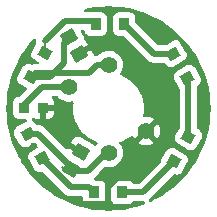
<source format=gbr>
%TF.GenerationSoftware,KiCad,Pcbnew,8.0.1*%
%TF.CreationDate,2024-03-26T23:53:37-06:00*%
%TF.ProjectId,Led_Board,4c65645f-426f-4617-9264-2e6b69636164,rev?*%
%TF.SameCoordinates,Original*%
%TF.FileFunction,Copper,L1,Top*%
%TF.FilePolarity,Positive*%
%FSLAX46Y46*%
G04 Gerber Fmt 4.6, Leading zero omitted, Abs format (unit mm)*
G04 Created by KiCad (PCBNEW 8.0.1) date 2024-03-26 23:53:37*
%MOMM*%
%LPD*%
G01*
G04 APERTURE LIST*
G04 Aperture macros list*
%AMRotRect*
0 Rectangle, with rotation*
0 The origin of the aperture is its center*
0 $1 length*
0 $2 width*
0 $3 Rotation angle, in degrees counterclockwise*
0 Add horizontal line*
21,1,$1,$2,0,0,$3*%
G04 Aperture macros list end*
%TA.AperFunction,SMDPad,CuDef*%
%ADD10R,0.889000X0.990600*%
%TD*%
%TA.AperFunction,SMDPad,CuDef*%
%ADD11RotRect,0.889000X0.990600X300.000000*%
%TD*%
%TA.AperFunction,SMDPad,CuDef*%
%ADD12RotRect,0.889000X0.990600X240.000000*%
%TD*%
%TA.AperFunction,SMDPad,CuDef*%
%ADD13RotRect,0.889000X0.990600X120.000000*%
%TD*%
%TA.AperFunction,SMDPad,CuDef*%
%ADD14RotRect,0.889000X0.990600X60.000000*%
%TD*%
%TA.AperFunction,ComponentPad*%
%ADD15C,1.400000*%
%TD*%
%TA.AperFunction,SMDPad,CuDef*%
%ADD16R,0.863600X0.889000*%
%TD*%
%TA.AperFunction,SMDPad,CuDef*%
%ADD17RotRect,1.066800X1.219200X60.000000*%
%TD*%
%TA.AperFunction,SMDPad,CuDef*%
%ADD18RotRect,1.066800X1.219200X300.000000*%
%TD*%
%TA.AperFunction,ViaPad*%
%ADD19C,0.600000*%
%TD*%
%TA.AperFunction,Conductor*%
%ADD20C,0.500000*%
%TD*%
%TA.AperFunction,Conductor*%
%ADD21C,0.350000*%
%TD*%
%TA.AperFunction,Conductor*%
%ADD22C,0.200000*%
%TD*%
G04 APERTURE END LIST*
D10*
%TO.P,LED11,1*%
%TO.N,Net-(LED11-Pad1)*%
X146244279Y-74143940D03*
%TO.P,LED11,2*%
%TO.N,Net-(LED10-Pad1)*%
X148644578Y-74143939D03*
%TD*%
D11*
%TO.P,LED10,1*%
%TO.N,Net-(LED10-Pad1)*%
X152794989Y-76638024D03*
%TO.P,LED10,2*%
%TO.N,Net-(LED10-Pad2)*%
X153995138Y-78716745D03*
%TD*%
D12*
%TO.P,LED9,1*%
%TO.N,Net-(LED10-Pad2)*%
X154090988Y-83667601D03*
%TO.P,LED9,2*%
%TO.N,Net-(LED8-Pad1)*%
X152890838Y-85746321D03*
%TD*%
D10*
%TO.P,LED8,1*%
%TO.N,Net-(LED8-Pad1)*%
X148494443Y-88391226D03*
%TO.P,LED8,2*%
%TO.N,Net-(LED7-Pad1)*%
X146094144Y-88391227D03*
%TD*%
D13*
%TO.P,LED7,2*%
%TO.N,Net-(C2-Pad1)*%
X140464953Y-83435282D03*
%TO.P,LED7,1*%
%TO.N,Net-(LED7-Pad1)*%
X141665102Y-85514003D03*
%TD*%
D14*
%TO.P,LED12,1*%
%TO.N,Net-(C3-Pad1)*%
X140735405Y-78621022D03*
%TO.P,LED12,2*%
%TO.N,Net-(LED11-Pad1)*%
X141935554Y-76542301D03*
%TD*%
D15*
%TO.P,GND,1*%
%TO.N,GND*%
X150495000Y-83185000D03*
%TD*%
%TO.P,ALL,1*%
%TO.N,Net-(C3-Pad1)*%
X147345850Y-77588287D03*
%TD*%
%TO.P,HALF,1*%
%TO.N,Net-(C2-Pad1)*%
X147319721Y-85040901D03*
%TD*%
D16*
%TO.P,C1,1*%
%TO.N,Net-(C1-Pad1)*%
X140195300Y-81234392D03*
%TO.P,C1,2*%
%TO.N,GND*%
X141744700Y-81234392D03*
%TD*%
D17*
%TO.P,C2,1*%
%TO.N,Net-(C2-Pad1)*%
X144138386Y-86382686D03*
%TO.P,C2,2*%
%TO.N,GND*%
X144963884Y-84952880D03*
%TD*%
D18*
%TO.P,C3,1*%
%TO.N,Net-(C3-Pad1)*%
X143955887Y-75251536D03*
%TO.P,C3,2*%
%TO.N,GND*%
X144781385Y-76681342D03*
%TD*%
D15*
%TO.P,OVP,1*%
%TO.N,Net-(C1-Pad1)*%
X143967335Y-79491680D03*
%TD*%
D19*
%TO.N,GND*%
X143510000Y-83185000D03*
X140970000Y-84455000D03*
%TD*%
D20*
%TO.N,Net-(C3-Pad1)*%
X143955887Y-75251536D02*
X143509629Y-75697794D01*
X143509629Y-77438810D02*
X142327417Y-78621022D01*
X143509629Y-75697794D02*
X143509629Y-77438810D01*
X142327417Y-78621022D02*
X141279604Y-78621022D01*
%TO.N,Net-(C2-Pad1)*%
X140849935Y-83435282D02*
X141352609Y-83435282D01*
X141352609Y-83435282D02*
X144511253Y-86593926D01*
X144511253Y-86593926D02*
X145577755Y-86593926D01*
X145577755Y-86593926D02*
X147291367Y-84880314D01*
D21*
%TO.N,GND*%
X140166885Y-84800371D02*
X140166885Y-85279340D01*
D20*
%TO.N,Net-(LED7-Pad1)*%
X141665102Y-85514003D02*
X141681540Y-85514003D01*
X141681540Y-85514003D02*
X144104730Y-87937193D01*
X144104730Y-87937193D02*
X145640110Y-87937193D01*
X145640110Y-87937193D02*
X145967917Y-88265000D01*
D21*
%TO.N,GND*%
X147320000Y-89535000D02*
X147063047Y-89278047D01*
X147063047Y-89278047D02*
X145158047Y-89278047D01*
X147320000Y-89535000D02*
X147320000Y-88025869D01*
X147320000Y-88025869D02*
X150495000Y-84850869D01*
D22*
%TO.N,Net-(C3-Pad1)*%
X141279604Y-78621022D02*
X140735405Y-78621022D01*
%TO.N,Net-(C2-Pad1)*%
X140464953Y-83435282D02*
X140849935Y-83435282D01*
D20*
%TO.N,Net-(C1-Pad1)*%
X144145000Y-79485000D02*
X141680038Y-79485000D01*
X140195300Y-80969738D02*
X140195300Y-81234392D01*
X141680038Y-79485000D02*
X140195300Y-80969738D01*
D22*
%TO.N,Net-(C3-Pad1)*%
X140735405Y-78621022D02*
X141060801Y-78295626D01*
D20*
X141060801Y-78295626D02*
X145648562Y-78295626D01*
X145648562Y-78295626D02*
X146355901Y-77588287D01*
X146355901Y-77588287D02*
X147345850Y-77588287D01*
D22*
%TO.N,Net-(C2-Pad1)*%
X143852556Y-86720455D02*
X143406298Y-86274197D01*
%TO.N,Net-(LED11-Pad1)*%
X146244279Y-74143940D02*
X145967757Y-73867418D01*
D20*
X145967757Y-73867418D02*
X143617506Y-73867418D01*
X143617506Y-73867418D02*
X141935554Y-75549370D01*
D22*
X141935554Y-75549370D02*
X141935554Y-76542301D01*
D20*
%TO.N,Net-(LED10-Pad1)*%
X152794989Y-76638024D02*
X151138663Y-76638024D01*
X151138663Y-76638024D02*
X148644578Y-74143939D01*
%TO.N,Net-(LED10-Pad2)*%
X154090988Y-83667601D02*
X154090988Y-78812595D01*
D22*
X154090988Y-78812595D02*
X153995138Y-78716745D01*
D20*
%TO.N,Net-(LED8-Pad1)*%
X148494443Y-88391226D02*
X150245933Y-88391226D01*
X150245933Y-88391226D02*
X152890838Y-85746321D01*
D22*
%TO.N,Net-(LED7-Pad1)*%
X145967917Y-88265000D02*
X146094144Y-88391227D01*
%TO.N,GND*%
X141504782Y-81135269D02*
X141504782Y-81234392D01*
%TD*%
%TA.AperFunction,Conductor*%
%TO.N,GND*%
G36*
X147906050Y-72650441D02*
G01*
X147914471Y-72651018D01*
X148493596Y-72710554D01*
X148501934Y-72711700D01*
X149075639Y-72810617D01*
X149083928Y-72812339D01*
X149649527Y-72950172D01*
X149657641Y-72952445D01*
X150093226Y-73090694D01*
X150212524Y-73128558D01*
X150220502Y-73131393D01*
X150406757Y-73204842D01*
X150762079Y-73344962D01*
X150769825Y-73348328D01*
X151295549Y-73598352D01*
X151303041Y-73602233D01*
X151532046Y-73730996D01*
X151810488Y-73887556D01*
X151817722Y-73891955D01*
X152304511Y-74211240D01*
X152311412Y-74216111D01*
X152651465Y-74473982D01*
X152775264Y-74567862D01*
X152781832Y-74573205D01*
X152960123Y-74728666D01*
X153135482Y-74881571D01*
X153220610Y-74955798D01*
X153226798Y-74961578D01*
X153638421Y-75373201D01*
X153644201Y-75379389D01*
X154026794Y-75818167D01*
X154032137Y-75824735D01*
X154383882Y-76288579D01*
X154388765Y-76295496D01*
X154708044Y-76782277D01*
X154712443Y-76789511D01*
X154997759Y-77296945D01*
X155001654Y-77304463D01*
X155251667Y-77830164D01*
X155255041Y-77837930D01*
X155468606Y-78379497D01*
X155471441Y-78387475D01*
X155647548Y-78942339D01*
X155649832Y-78950492D01*
X155787659Y-79516070D01*
X155789382Y-79524360D01*
X155888295Y-80098040D01*
X155889448Y-80106428D01*
X155948980Y-80685515D01*
X155949558Y-80693963D01*
X155969433Y-81275767D01*
X155969433Y-81284234D01*
X155949558Y-81866037D01*
X155948980Y-81874484D01*
X155889448Y-82453571D01*
X155888295Y-82461959D01*
X155789382Y-83035639D01*
X155787659Y-83043929D01*
X155649832Y-83609507D01*
X155647548Y-83617660D01*
X155471441Y-84172524D01*
X155468606Y-84180502D01*
X155255041Y-84722069D01*
X155251667Y-84729835D01*
X155001654Y-85255536D01*
X154997759Y-85263054D01*
X154712443Y-85770488D01*
X154708044Y-85777722D01*
X154388765Y-86264503D01*
X154383882Y-86271420D01*
X154032137Y-86735264D01*
X154026794Y-86741832D01*
X153644201Y-87180610D01*
X153638421Y-87186798D01*
X153226798Y-87598421D01*
X153220610Y-87604201D01*
X152781832Y-87986794D01*
X152775264Y-87992137D01*
X152311420Y-88343882D01*
X152304503Y-88348765D01*
X151817722Y-88668044D01*
X151810488Y-88672443D01*
X151303054Y-88957759D01*
X151295536Y-88961654D01*
X150879717Y-89159409D01*
X150810721Y-89170425D01*
X150746723Y-89142390D01*
X150708040Y-89084205D01*
X150706956Y-89014344D01*
X150738780Y-88959747D01*
X151039678Y-88658849D01*
X152810250Y-86888274D01*
X152871571Y-86854791D01*
X152935823Y-86859386D01*
X152936141Y-86858327D01*
X152940872Y-86859747D01*
X152941262Y-86859775D01*
X152942090Y-86860112D01*
X152943563Y-86860554D01*
X152943568Y-86860556D01*
X153085497Y-86884423D01*
X153228401Y-86867336D01*
X153246124Y-86859747D01*
X153323542Y-86826595D01*
X153360703Y-86810682D01*
X153471684Y-86719048D01*
X153507040Y-86670629D01*
X153999411Y-85817814D01*
X154023667Y-85762985D01*
X154047534Y-85621056D01*
X154030447Y-85478152D01*
X154030446Y-85478149D01*
X154030445Y-85478146D01*
X153973794Y-85345852D01*
X153973793Y-85345851D01*
X153973793Y-85345850D01*
X153882159Y-85234869D01*
X153882157Y-85234867D01*
X153882155Y-85234865D01*
X153833744Y-85199515D01*
X153833736Y-85199510D01*
X152892941Y-84656344D01*
X152892930Y-84656339D01*
X152838108Y-84632086D01*
X152838105Y-84632085D01*
X152696180Y-84608219D01*
X152696178Y-84608218D01*
X152553272Y-84625306D01*
X152553269Y-84625307D01*
X152420975Y-84681958D01*
X152309988Y-84773597D01*
X152274638Y-84822008D01*
X152274633Y-84822016D01*
X151782267Y-85674823D01*
X151782262Y-85674834D01*
X151758011Y-85729650D01*
X151758009Y-85729657D01*
X151746766Y-85796510D01*
X151716235Y-85859356D01*
X151712164Y-85863625D01*
X149971384Y-87604407D01*
X149910061Y-87637892D01*
X149883703Y-87640726D01*
X149435175Y-87640726D01*
X149368136Y-87621041D01*
X149335909Y-87591038D01*
X149296490Y-87538382D01*
X149296489Y-87538380D01*
X149296487Y-87538379D01*
X149296487Y-87538378D01*
X149181278Y-87452132D01*
X149181271Y-87452128D01*
X149046425Y-87401834D01*
X149046426Y-87401834D01*
X148986826Y-87395427D01*
X148986824Y-87395426D01*
X148986816Y-87395426D01*
X148986807Y-87395426D01*
X148002072Y-87395426D01*
X148002066Y-87395427D01*
X147942459Y-87401834D01*
X147807614Y-87452128D01*
X147807607Y-87452132D01*
X147692398Y-87538378D01*
X147692395Y-87538381D01*
X147606149Y-87653590D01*
X147606145Y-87653597D01*
X147555851Y-87788443D01*
X147549444Y-87848042D01*
X147549444Y-87848050D01*
X147549443Y-87848061D01*
X147549443Y-88934396D01*
X147549444Y-88934402D01*
X147555851Y-88994009D01*
X147606145Y-89128854D01*
X147606149Y-89128861D01*
X147692395Y-89244070D01*
X147692398Y-89244073D01*
X147807607Y-89330319D01*
X147807614Y-89330323D01*
X147942460Y-89380617D01*
X147942459Y-89380617D01*
X147949387Y-89381361D01*
X148002070Y-89387026D01*
X148986815Y-89387025D01*
X149046426Y-89380617D01*
X149181274Y-89330322D01*
X149296489Y-89244072D01*
X149335909Y-89191414D01*
X149391843Y-89149544D01*
X149435175Y-89141726D01*
X150295531Y-89141726D01*
X150362570Y-89161411D01*
X150408325Y-89214215D01*
X150418269Y-89283373D01*
X150389244Y-89346929D01*
X150341020Y-89381081D01*
X150220501Y-89428606D01*
X150212524Y-89431441D01*
X149657660Y-89607548D01*
X149649507Y-89609832D01*
X149083929Y-89747659D01*
X149075639Y-89749382D01*
X148501959Y-89848295D01*
X148493571Y-89849448D01*
X147914484Y-89908980D01*
X147906037Y-89909558D01*
X147324234Y-89929433D01*
X147315767Y-89929433D01*
X146733963Y-89909558D01*
X146725515Y-89908980D01*
X146146428Y-89849448D01*
X146138040Y-89848295D01*
X145564360Y-89749382D01*
X145556070Y-89747659D01*
X144990492Y-89609832D01*
X144982339Y-89607548D01*
X144427475Y-89431441D01*
X144419497Y-89428606D01*
X143877930Y-89215041D01*
X143870164Y-89211667D01*
X143344463Y-88961654D01*
X143336945Y-88957759D01*
X142829511Y-88672443D01*
X142822277Y-88668044D01*
X142335496Y-88348765D01*
X142328579Y-88343882D01*
X141864735Y-87992137D01*
X141858167Y-87986794D01*
X141419389Y-87604201D01*
X141413201Y-87598421D01*
X141001578Y-87186798D01*
X140995798Y-87180610D01*
X140613205Y-86741832D01*
X140607862Y-86735264D01*
X140419392Y-86486730D01*
X140256111Y-86271412D01*
X140251234Y-86264503D01*
X140236081Y-86241401D01*
X139931955Y-85777722D01*
X139927556Y-85770488D01*
X139874199Y-85675592D01*
X139642233Y-85263041D01*
X139638352Y-85255549D01*
X139388328Y-84729825D01*
X139384958Y-84722069D01*
X139382778Y-84716542D01*
X139175879Y-84191879D01*
X139171393Y-84180502D01*
X139168558Y-84172524D01*
X139056488Y-83819422D01*
X138992445Y-83617641D01*
X138990172Y-83609527D01*
X138852339Y-83043928D01*
X138850617Y-83035639D01*
X138831339Y-82923829D01*
X138751700Y-82461934D01*
X138750554Y-82453596D01*
X138691018Y-81874471D01*
X138690441Y-81866037D01*
X138670566Y-81284215D01*
X138670566Y-81275784D01*
X138690441Y-80693949D01*
X138691017Y-80685530D01*
X138750554Y-80106399D01*
X138751700Y-80098068D01*
X138850618Y-79524354D01*
X138852340Y-79516070D01*
X138854911Y-79505519D01*
X138990174Y-78950465D01*
X138992443Y-78942366D01*
X139168559Y-78387471D01*
X139171393Y-78379497D01*
X139173038Y-78375326D01*
X139384966Y-77837909D01*
X139388323Y-77830184D01*
X139638357Y-77304438D01*
X139642227Y-77296969D01*
X139927563Y-76789499D01*
X139931948Y-76782288D01*
X140251249Y-76295474D01*
X140256101Y-76288600D01*
X140607871Y-75824723D01*
X140613206Y-75818167D01*
X140967594Y-75411737D01*
X141026489Y-75374145D01*
X141096358Y-75374362D01*
X141155019Y-75412319D01*
X141183846Y-75475964D01*
X141185054Y-75493230D01*
X141185054Y-75623291D01*
X141209578Y-75746581D01*
X141203351Y-75816172D01*
X141195348Y-75832772D01*
X140826984Y-76470801D01*
X140802725Y-76525636D01*
X140802724Y-76525639D01*
X140778858Y-76667564D01*
X140778857Y-76667566D01*
X140795945Y-76810472D01*
X140795946Y-76810475D01*
X140852597Y-76942769D01*
X140852598Y-76942770D01*
X140852599Y-76942772D01*
X140944233Y-77053753D01*
X140944234Y-77053753D01*
X140944236Y-77053756D01*
X140992647Y-77089106D01*
X140992655Y-77089111D01*
X141381723Y-77313739D01*
X141429939Y-77364306D01*
X141443162Y-77432913D01*
X141417194Y-77497778D01*
X141360280Y-77538306D01*
X141319723Y-77545126D01*
X140986878Y-77545126D01*
X140865322Y-77569305D01*
X140795730Y-77563078D01*
X140779132Y-77555076D01*
X140737507Y-77531044D01*
X140682675Y-77506787D01*
X140682672Y-77506786D01*
X140540747Y-77482920D01*
X140540745Y-77482919D01*
X140397839Y-77500007D01*
X140397836Y-77500008D01*
X140265542Y-77556659D01*
X140154555Y-77648298D01*
X140119205Y-77696709D01*
X140119200Y-77696717D01*
X139626834Y-78549524D01*
X139626829Y-78549535D01*
X139602576Y-78604357D01*
X139602575Y-78604360D01*
X139578709Y-78746285D01*
X139578708Y-78746287D01*
X139595796Y-78889193D01*
X139595797Y-78889196D01*
X139652448Y-79021490D01*
X139652449Y-79021491D01*
X139652450Y-79021493D01*
X139744084Y-79132474D01*
X139744085Y-79132474D01*
X139744087Y-79132477D01*
X139792498Y-79167827D01*
X139792506Y-79167832D01*
X140377400Y-79505519D01*
X140425615Y-79556086D01*
X140438839Y-79624693D01*
X140412871Y-79689557D01*
X140403081Y-79700587D01*
X139850595Y-80253073D01*
X139789272Y-80286558D01*
X139762916Y-80289392D01*
X139715631Y-80289392D01*
X139715623Y-80289393D01*
X139656016Y-80295800D01*
X139521171Y-80346094D01*
X139521164Y-80346098D01*
X139405955Y-80432344D01*
X139405952Y-80432347D01*
X139319706Y-80547556D01*
X139319702Y-80547563D01*
X139269408Y-80682409D01*
X139263001Y-80742008D01*
X139263000Y-80742027D01*
X139263000Y-81726762D01*
X139263001Y-81726768D01*
X139269408Y-81786375D01*
X139319702Y-81921220D01*
X139319706Y-81921227D01*
X139405952Y-82036436D01*
X139405955Y-82036439D01*
X139521164Y-82122685D01*
X139521171Y-82122689D01*
X139656017Y-82172983D01*
X139656016Y-82172983D01*
X139662944Y-82173727D01*
X139715627Y-82179392D01*
X140287445Y-82179391D01*
X140354483Y-82199075D01*
X140400238Y-82251879D01*
X140410182Y-82321038D01*
X140381157Y-82384594D01*
X140349444Y-82410778D01*
X139522053Y-82888474D01*
X139522049Y-82888476D01*
X139473632Y-82923829D01*
X139473626Y-82923835D01*
X139381998Y-83034810D01*
X139381996Y-83034812D01*
X139325345Y-83167107D01*
X139325344Y-83167110D01*
X139308256Y-83310016D01*
X139308257Y-83310018D01*
X139332122Y-83451941D01*
X139332124Y-83451947D01*
X139356381Y-83506781D01*
X139848751Y-84359587D01*
X139848753Y-84359591D01*
X139884106Y-84408008D01*
X139884112Y-84408014D01*
X139995087Y-84499642D01*
X139995089Y-84499644D01*
X140127384Y-84556295D01*
X140127387Y-84556296D01*
X140127390Y-84556297D01*
X140247835Y-84570698D01*
X140270293Y-84573384D01*
X140270293Y-84573383D01*
X140270294Y-84573384D01*
X140389420Y-84553351D01*
X140412218Y-84549518D01*
X140412218Y-84549517D01*
X140412223Y-84549517D01*
X140467051Y-84525263D01*
X140964211Y-84238225D01*
X141032110Y-84221753D01*
X141098137Y-84244605D01*
X141113891Y-84257932D01*
X141305908Y-84449949D01*
X141339393Y-84511272D01*
X141334409Y-84580964D01*
X141292537Y-84636897D01*
X141280227Y-84645017D01*
X140722202Y-84967195D01*
X140722198Y-84967197D01*
X140673781Y-85002550D01*
X140673775Y-85002556D01*
X140582147Y-85113531D01*
X140582145Y-85113533D01*
X140525494Y-85245828D01*
X140525493Y-85245831D01*
X140508405Y-85388737D01*
X140508406Y-85388739D01*
X140532271Y-85530662D01*
X140532273Y-85530668D01*
X140556530Y-85585502D01*
X141048900Y-86438308D01*
X141048902Y-86438312D01*
X141084255Y-86486729D01*
X141084261Y-86486735D01*
X141195236Y-86578363D01*
X141195238Y-86578365D01*
X141327533Y-86635016D01*
X141327536Y-86635017D01*
X141327539Y-86635018D01*
X141447984Y-86649419D01*
X141470442Y-86652105D01*
X141470442Y-86652104D01*
X141470443Y-86652105D01*
X141589569Y-86632072D01*
X141612367Y-86628239D01*
X141612367Y-86628238D01*
X141612372Y-86628238D01*
X141619236Y-86625201D01*
X141688505Y-86616078D01*
X141751712Y-86645853D01*
X141757087Y-86650917D01*
X143521779Y-88415609D01*
X143626314Y-88520144D01*
X143626315Y-88520145D01*
X143749228Y-88602273D01*
X143749241Y-88602280D01*
X143885812Y-88658849D01*
X143885817Y-88658851D01*
X143885821Y-88658851D01*
X143885822Y-88658852D01*
X144030809Y-88687693D01*
X144030812Y-88687693D01*
X145025145Y-88687693D01*
X145092184Y-88707378D01*
X145137939Y-88760182D01*
X145149145Y-88811693D01*
X145149145Y-88934403D01*
X145155552Y-88994010D01*
X145205846Y-89128855D01*
X145205850Y-89128862D01*
X145292096Y-89244071D01*
X145292099Y-89244074D01*
X145407308Y-89330320D01*
X145407315Y-89330324D01*
X145542161Y-89380618D01*
X145542160Y-89380618D01*
X145546467Y-89381081D01*
X145601771Y-89387027D01*
X146586516Y-89387026D01*
X146646127Y-89380618D01*
X146780975Y-89330323D01*
X146896190Y-89244073D01*
X146982440Y-89128858D01*
X147032735Y-88994010D01*
X147039144Y-88934400D01*
X147039143Y-87848055D01*
X147032735Y-87788444D01*
X146982440Y-87653596D01*
X146982439Y-87653595D01*
X146982437Y-87653591D01*
X146896191Y-87538382D01*
X146896188Y-87538379D01*
X146780979Y-87452133D01*
X146780972Y-87452129D01*
X146646126Y-87401835D01*
X146646127Y-87401835D01*
X146586527Y-87395428D01*
X146586525Y-87395427D01*
X146586517Y-87395427D01*
X146586509Y-87395427D01*
X146211075Y-87395427D01*
X146144036Y-87375742D01*
X146123394Y-87359108D01*
X146118531Y-87354245D01*
X146118527Y-87354242D01*
X146118526Y-87354241D01*
X146100454Y-87342166D01*
X146055651Y-87288556D01*
X146046942Y-87219231D01*
X146077097Y-87156203D01*
X146081665Y-87151384D01*
X146514004Y-86719044D01*
X146979579Y-86253467D01*
X147040900Y-86219984D01*
X147090042Y-86219261D01*
X147208478Y-86241401D01*
X147208480Y-86241401D01*
X147430962Y-86241401D01*
X147430964Y-86241401D01*
X147649661Y-86200519D01*
X147857122Y-86120148D01*
X148046283Y-86003025D01*
X148210702Y-85853137D01*
X148344779Y-85675590D01*
X148443950Y-85476429D01*
X148504836Y-85262437D01*
X148525364Y-85040901D01*
X148504836Y-84819365D01*
X148443950Y-84605373D01*
X148431796Y-84580964D01*
X148344782Y-84406217D01*
X148344777Y-84406209D01*
X148258231Y-84291604D01*
X148233539Y-84226243D01*
X148248104Y-84157908D01*
X148297301Y-84108295D01*
X148314769Y-84100357D01*
X148506484Y-84030579D01*
X148817784Y-83874238D01*
X149108829Y-83682815D01*
X149195291Y-83610263D01*
X149259297Y-83582252D01*
X149328289Y-83593291D01*
X149380360Y-83639877D01*
X149385995Y-83649982D01*
X149470369Y-83819428D01*
X149486137Y-83840308D01*
X149486138Y-83840308D01*
X150052861Y-83273584D01*
X150075667Y-83358694D01*
X150134910Y-83461306D01*
X150218694Y-83545090D01*
X150321306Y-83604333D01*
X150406414Y-83627137D01*
X149841672Y-84191879D01*
X149841672Y-84191880D01*
X149957821Y-84263797D01*
X149957822Y-84263798D01*
X150165195Y-84344134D01*
X150383807Y-84385000D01*
X150606193Y-84385000D01*
X150824809Y-84344133D01*
X151032168Y-84263801D01*
X151032181Y-84263795D01*
X151148326Y-84191879D01*
X150583585Y-83627137D01*
X150668694Y-83604333D01*
X150771306Y-83545090D01*
X150855090Y-83461306D01*
X150914333Y-83358694D01*
X150937138Y-83273585D01*
X151503861Y-83840308D01*
X151519631Y-83819425D01*
X151519633Y-83819422D01*
X151618759Y-83620350D01*
X151679621Y-83406439D01*
X151700141Y-83185000D01*
X151700141Y-83184999D01*
X151679621Y-82963560D01*
X151618759Y-82749649D01*
X151519635Y-82550580D01*
X151519630Y-82550572D01*
X151503860Y-82529690D01*
X150937137Y-83096413D01*
X150914333Y-83011306D01*
X150855090Y-82908694D01*
X150771306Y-82824910D01*
X150668694Y-82765667D01*
X150583584Y-82742861D01*
X151148327Y-82178119D01*
X151032178Y-82106202D01*
X151032177Y-82106201D01*
X150824804Y-82025865D01*
X150606193Y-81985000D01*
X150380101Y-81985000D01*
X150313062Y-81965315D01*
X150267307Y-81912511D01*
X150257363Y-81843353D01*
X150257985Y-81839468D01*
X150295311Y-81627775D01*
X150295310Y-81627775D01*
X150295313Y-81627764D01*
X150312555Y-81331729D01*
X150315568Y-81280003D01*
X150315568Y-81279996D01*
X150299003Y-80995598D01*
X150295313Y-80932236D01*
X150251809Y-80685515D01*
X150234825Y-80589191D01*
X150234824Y-80589190D01*
X150234822Y-80589174D01*
X150134913Y-80255455D01*
X149996937Y-79935592D01*
X149822761Y-79633908D01*
X149803235Y-79607680D01*
X149614741Y-79354489D01*
X149614736Y-79354483D01*
X149495585Y-79228191D01*
X149375683Y-79101103D01*
X149375676Y-79101097D01*
X149375674Y-79101095D01*
X149108832Y-78877187D01*
X149038346Y-78830828D01*
X148817784Y-78685762D01*
X148655694Y-78604357D01*
X148630052Y-78591479D01*
X152838441Y-78591479D01*
X152838442Y-78591481D01*
X152862307Y-78733404D01*
X152862309Y-78733410D01*
X152886566Y-78788244D01*
X153140575Y-79228197D01*
X153306779Y-79516070D01*
X153323875Y-79545680D01*
X153340488Y-79607680D01*
X153340488Y-82942678D01*
X153323875Y-83004678D01*
X152982418Y-83596101D01*
X152958159Y-83650936D01*
X152958158Y-83650939D01*
X152934292Y-83792864D01*
X152934291Y-83792866D01*
X152951379Y-83935772D01*
X152951380Y-83935775D01*
X153008031Y-84068069D01*
X153008032Y-84068070D01*
X153008033Y-84068072D01*
X153099667Y-84179053D01*
X153099668Y-84179053D01*
X153099670Y-84179056D01*
X153148081Y-84214406D01*
X153148089Y-84214411D01*
X153686496Y-84525259D01*
X154088889Y-84757580D01*
X154143718Y-84781836D01*
X154285647Y-84805703D01*
X154428551Y-84788616D01*
X154444387Y-84781835D01*
X154472397Y-84769840D01*
X154560853Y-84731962D01*
X154671834Y-84640328D01*
X154682803Y-84625307D01*
X154707187Y-84591913D01*
X154707186Y-84591913D01*
X154707190Y-84591909D01*
X155199561Y-83739094D01*
X155223817Y-83684265D01*
X155247684Y-83542336D01*
X155230597Y-83399432D01*
X155230596Y-83399429D01*
X155230595Y-83399426D01*
X155173944Y-83267132D01*
X155173943Y-83267131D01*
X155173943Y-83267130D01*
X155082309Y-83156149D01*
X155082307Y-83156147D01*
X155082305Y-83156145D01*
X155033894Y-83120795D01*
X155033886Y-83120790D01*
X154903488Y-83045505D01*
X154855272Y-82994938D01*
X154841488Y-82938118D01*
X154841488Y-79390886D01*
X154861173Y-79323847D01*
X154903486Y-79283500D01*
X154938038Y-79263552D01*
X154986459Y-79228197D01*
X155078093Y-79117216D01*
X155134747Y-78984914D01*
X155151834Y-78842010D01*
X155133572Y-78733410D01*
X155127968Y-78700085D01*
X155127966Y-78700079D01*
X155103709Y-78645245D01*
X154611339Y-77792439D01*
X154611337Y-77792435D01*
X154575984Y-77744018D01*
X154575978Y-77744012D01*
X154465003Y-77652384D01*
X154465001Y-77652382D01*
X154332706Y-77595731D01*
X154332703Y-77595730D01*
X154189797Y-77578642D01*
X154189795Y-77578643D01*
X154047872Y-77602508D01*
X154047866Y-77602510D01*
X153993032Y-77626767D01*
X153052238Y-78169937D01*
X153052234Y-78169939D01*
X153003817Y-78205292D01*
X153003811Y-78205298D01*
X152912183Y-78316273D01*
X152912181Y-78316275D01*
X152855530Y-78448570D01*
X152855529Y-78448573D01*
X152838441Y-78591479D01*
X148630052Y-78591479D01*
X148506491Y-78529424D01*
X148506485Y-78529421D01*
X148376254Y-78482021D01*
X148319990Y-78440595D01*
X148295054Y-78375326D01*
X148309364Y-78306937D01*
X148319700Y-78290785D01*
X148370908Y-78222976D01*
X148470079Y-78023815D01*
X148530965Y-77809823D01*
X148551493Y-77588287D01*
X148548562Y-77556661D01*
X148530965Y-77366751D01*
X148530964Y-77366749D01*
X148528953Y-77359682D01*
X148470079Y-77152759D01*
X148470074Y-77152748D01*
X148370911Y-76953603D01*
X148370906Y-76953595D01*
X148236829Y-76776048D01*
X148072412Y-76626163D01*
X148072410Y-76626161D01*
X147883254Y-76509041D01*
X147883248Y-76509039D01*
X147675790Y-76428669D01*
X147457093Y-76387787D01*
X147234607Y-76387787D01*
X147015910Y-76428669D01*
X146907155Y-76470801D01*
X146808451Y-76509039D01*
X146808445Y-76509041D01*
X146619289Y-76626161D01*
X146619287Y-76626163D01*
X146454871Y-76776047D01*
X146445456Y-76788516D01*
X146389346Y-76830151D01*
X146346503Y-76837787D01*
X146281983Y-76837787D01*
X146214650Y-76851180D01*
X146145059Y-76844952D01*
X146089882Y-76802088D01*
X146068177Y-76750125D01*
X146057170Y-76684673D01*
X146032937Y-76629892D01*
X145867327Y-76343048D01*
X145867326Y-76343048D01*
X144797266Y-76960848D01*
X144729366Y-76977321D01*
X144663339Y-76954468D01*
X144627879Y-76915461D01*
X144501879Y-76697223D01*
X144485406Y-76629323D01*
X144508259Y-76563296D01*
X144547266Y-76527836D01*
X145617326Y-75910036D01*
X145617326Y-75910035D01*
X145451715Y-75623187D01*
X145451712Y-75623182D01*
X145416395Y-75574816D01*
X145416390Y-75574811D01*
X145300618Y-75479220D01*
X145261456Y-75421358D01*
X145257285Y-75404165D01*
X145252273Y-75374362D01*
X145232153Y-75254711D01*
X145207898Y-75199883D01*
X144979286Y-74803917D01*
X144962814Y-74736018D01*
X144985666Y-74669991D01*
X145040588Y-74626800D01*
X145086674Y-74617918D01*
X145180457Y-74617918D01*
X145247496Y-74637603D01*
X145293251Y-74690407D01*
X145303747Y-74728666D01*
X145305687Y-74746723D01*
X145355981Y-74881568D01*
X145355985Y-74881575D01*
X145442231Y-74996784D01*
X145442234Y-74996787D01*
X145557443Y-75083033D01*
X145557450Y-75083037D01*
X145692296Y-75133331D01*
X145692295Y-75133331D01*
X145699223Y-75134075D01*
X145751906Y-75139740D01*
X146736651Y-75139739D01*
X146796262Y-75133331D01*
X146931110Y-75083036D01*
X147046325Y-74996786D01*
X147132575Y-74881571D01*
X147182870Y-74746723D01*
X147189279Y-74687113D01*
X147189279Y-74687109D01*
X147699578Y-74687109D01*
X147699579Y-74687115D01*
X147705986Y-74746722D01*
X147756280Y-74881567D01*
X147756284Y-74881574D01*
X147842530Y-74996783D01*
X147842533Y-74996786D01*
X147957742Y-75083032D01*
X147957749Y-75083036D01*
X147957752Y-75083037D01*
X148092595Y-75133330D01*
X148152205Y-75139739D01*
X148527647Y-75139738D01*
X148594686Y-75159422D01*
X148615328Y-75176057D01*
X150660249Y-77220978D01*
X150689721Y-77240669D01*
X150733933Y-77270210D01*
X150783168Y-77303108D01*
X150783169Y-77303108D01*
X150783170Y-77303109D01*
X150783172Y-77303110D01*
X150919745Y-77359680D01*
X150919750Y-77359682D01*
X150919754Y-77359682D01*
X150919755Y-77359683D01*
X151064742Y-77388524D01*
X151064745Y-77388524D01*
X151064746Y-77388524D01*
X151212581Y-77388524D01*
X152006850Y-77388524D01*
X152073889Y-77408209D01*
X152114237Y-77450524D01*
X152178787Y-77562329D01*
X152178789Y-77562333D01*
X152214142Y-77610750D01*
X152214148Y-77610756D01*
X152325123Y-77702384D01*
X152325125Y-77702386D01*
X152457420Y-77759037D01*
X152457423Y-77759038D01*
X152457426Y-77759039D01*
X152577871Y-77773440D01*
X152600329Y-77776126D01*
X152600329Y-77776125D01*
X152600330Y-77776126D01*
X152719456Y-77756093D01*
X152742254Y-77752260D01*
X152742254Y-77752259D01*
X152742259Y-77752259D01*
X152797087Y-77728005D01*
X153737889Y-77184831D01*
X153786310Y-77149476D01*
X153877944Y-77038495D01*
X153914299Y-76953598D01*
X153934596Y-76906198D01*
X153934597Y-76906195D01*
X153934596Y-76906195D01*
X153934598Y-76906193D01*
X153951685Y-76763289D01*
X153928626Y-76626163D01*
X153927819Y-76621364D01*
X153927817Y-76621358D01*
X153903560Y-76566524D01*
X153411190Y-75713718D01*
X153411188Y-75713714D01*
X153375835Y-75665297D01*
X153375829Y-75665291D01*
X153264854Y-75573663D01*
X153264852Y-75573661D01*
X153132557Y-75517010D01*
X153132554Y-75517009D01*
X152989648Y-75499921D01*
X152989646Y-75499922D01*
X152847723Y-75523787D01*
X152847717Y-75523789D01*
X152792883Y-75548046D01*
X152233669Y-75870911D01*
X152171669Y-75887524D01*
X151500893Y-75887524D01*
X151433854Y-75867839D01*
X151413212Y-75851205D01*
X149625896Y-74063889D01*
X149592411Y-74002566D01*
X149589577Y-73976208D01*
X149589577Y-73600768D01*
X149589577Y-73600766D01*
X149583169Y-73541156D01*
X149532874Y-73406308D01*
X149532873Y-73406307D01*
X149532871Y-73406303D01*
X149446625Y-73291094D01*
X149446622Y-73291091D01*
X149331413Y-73204845D01*
X149331406Y-73204841D01*
X149196560Y-73154547D01*
X149196561Y-73154547D01*
X149136961Y-73148140D01*
X149136959Y-73148139D01*
X149136951Y-73148139D01*
X149136942Y-73148139D01*
X148152207Y-73148139D01*
X148152201Y-73148140D01*
X148092594Y-73154547D01*
X147957749Y-73204841D01*
X147957742Y-73204845D01*
X147842533Y-73291091D01*
X147842530Y-73291094D01*
X147756284Y-73406303D01*
X147756280Y-73406310D01*
X147705986Y-73541156D01*
X147699838Y-73598345D01*
X147699579Y-73600763D01*
X147699578Y-73600774D01*
X147699578Y-74687109D01*
X147189279Y-74687109D01*
X147189278Y-73600768D01*
X147182870Y-73541157D01*
X147182869Y-73541155D01*
X147132576Y-73406311D01*
X147132572Y-73406304D01*
X147046326Y-73291095D01*
X147046323Y-73291092D01*
X146931114Y-73204846D01*
X146931107Y-73204842D01*
X146796261Y-73154548D01*
X146796262Y-73154548D01*
X146736662Y-73148141D01*
X146736660Y-73148140D01*
X146736652Y-73148140D01*
X146736644Y-73148140D01*
X146210847Y-73148140D01*
X146186655Y-73145757D01*
X146041677Y-73116918D01*
X146041675Y-73116918D01*
X145338792Y-73116918D01*
X145271753Y-73097233D01*
X145225998Y-73044429D01*
X145216054Y-72975271D01*
X145245079Y-72911715D01*
X145303857Y-72873941D01*
X145309433Y-72872444D01*
X145556077Y-72812338D01*
X145564354Y-72810618D01*
X146138068Y-72711700D01*
X146146399Y-72710554D01*
X146725530Y-72651017D01*
X146733949Y-72650441D01*
X147315785Y-72630566D01*
X147324215Y-72630566D01*
X147906050Y-72650441D01*
G37*
%TD.AperFunction*%
%TA.AperFunction,Conductor*%
G36*
X143029983Y-80255185D02*
G01*
X143061899Y-80284774D01*
X143076355Y-80303918D01*
X143240772Y-80453803D01*
X143240774Y-80453805D01*
X143429930Y-80570925D01*
X143429931Y-80570925D01*
X143429934Y-80570927D01*
X143637395Y-80651298D01*
X143856092Y-80692180D01*
X143856094Y-80692180D01*
X144078577Y-80692180D01*
X144078578Y-80692180D01*
X144221536Y-80665456D01*
X144291050Y-80672486D01*
X144345729Y-80715983D01*
X144368212Y-80782137D01*
X144366437Y-80808875D01*
X144344688Y-80932221D01*
X144344687Y-80932235D01*
X144324432Y-81279996D01*
X144324432Y-81280003D01*
X144344687Y-81627764D01*
X144344688Y-81627775D01*
X144405174Y-81970808D01*
X144405177Y-81970822D01*
X144405178Y-81970826D01*
X144424714Y-82036082D01*
X144505086Y-82304544D01*
X144643059Y-82624399D01*
X144643065Y-82624412D01*
X144727234Y-82770198D01*
X144815932Y-82923829D01*
X144817242Y-82926097D01*
X145025258Y-83205510D01*
X145025263Y-83205516D01*
X145148724Y-83336376D01*
X145264317Y-83458897D01*
X145264323Y-83458902D01*
X145264325Y-83458904D01*
X145493182Y-83650939D01*
X145531171Y-83682815D01*
X145822216Y-83874238D01*
X146133516Y-84030579D01*
X146236519Y-84068069D01*
X146324787Y-84100196D01*
X146381051Y-84141622D01*
X146405987Y-84206891D01*
X146391677Y-84275280D01*
X146381331Y-84291445D01*
X146291208Y-84410787D01*
X146289761Y-84409694D01*
X146243891Y-84450800D01*
X146174908Y-84461894D01*
X146110878Y-84433932D01*
X146104104Y-84427110D01*
X146103945Y-84427279D01*
X146098299Y-84421959D01*
X146049934Y-84386643D01*
X146049929Y-84386640D01*
X144911242Y-83729218D01*
X144856465Y-83704986D01*
X144856459Y-83704984D01*
X144714677Y-83681143D01*
X144714675Y-83681142D01*
X144571915Y-83698213D01*
X144571912Y-83698213D01*
X144439745Y-83754808D01*
X144328878Y-83846349D01*
X144328873Y-83846354D01*
X144293559Y-83894716D01*
X144127941Y-84181573D01*
X144127941Y-84181574D01*
X145198002Y-84799374D01*
X145246218Y-84849941D01*
X145259441Y-84918548D01*
X145243389Y-84968761D01*
X145117389Y-85186999D01*
X145066822Y-85235215D01*
X144998215Y-85248438D01*
X144948002Y-85232386D01*
X143877941Y-84614586D01*
X143877940Y-84614586D01*
X143854547Y-84655105D01*
X143803979Y-84703320D01*
X143735372Y-84716542D01*
X143670508Y-84690574D01*
X143659479Y-84680785D01*
X141831030Y-82852334D01*
X141831023Y-82852328D01*
X141757338Y-82803094D01*
X141757338Y-82803095D01*
X141708100Y-82770195D01*
X141571526Y-82713625D01*
X141571516Y-82713622D01*
X141426529Y-82684782D01*
X141426527Y-82684782D01*
X141253092Y-82684782D01*
X141186053Y-82665097D01*
X141145705Y-82622782D01*
X141091958Y-82529690D01*
X141081154Y-82510976D01*
X141081152Y-82510972D01*
X141045799Y-82462555D01*
X141045793Y-82462549D01*
X140934818Y-82370921D01*
X140934816Y-82370920D01*
X140878035Y-82346605D01*
X140824157Y-82302120D01*
X140802882Y-82235568D01*
X140820966Y-82168079D01*
X140862607Y-82128376D01*
X140862329Y-82128004D01*
X140865446Y-82125669D01*
X140867429Y-82123780D01*
X140869419Y-82122692D01*
X140869431Y-82122688D01*
X140896107Y-82102717D01*
X140961566Y-82078301D01*
X141029839Y-82093151D01*
X141044728Y-82102719D01*
X141070808Y-82122243D01*
X141205523Y-82172489D01*
X141205527Y-82172490D01*
X141265055Y-82178891D01*
X141265072Y-82178892D01*
X141494700Y-82178892D01*
X141494700Y-81484392D01*
X141994700Y-81484392D01*
X141994700Y-82178892D01*
X142224328Y-82178892D01*
X142224344Y-82178891D01*
X142283872Y-82172490D01*
X142283879Y-82172488D01*
X142418586Y-82122246D01*
X142418593Y-82122242D01*
X142533687Y-82036082D01*
X142533690Y-82036079D01*
X142619850Y-81920985D01*
X142619854Y-81920978D01*
X142670096Y-81786271D01*
X142670098Y-81786264D01*
X142676499Y-81726736D01*
X142676500Y-81726719D01*
X142676500Y-81484392D01*
X141994700Y-81484392D01*
X141494700Y-81484392D01*
X141494700Y-81108392D01*
X141514385Y-81041353D01*
X141567189Y-80995598D01*
X141618700Y-80984392D01*
X142676500Y-80984392D01*
X142676500Y-80742064D01*
X142676499Y-80742047D01*
X142670098Y-80682519D01*
X142670096Y-80682512D01*
X142619854Y-80547805D01*
X142619850Y-80547798D01*
X142534519Y-80433811D01*
X142510101Y-80368347D01*
X142524952Y-80300074D01*
X142574357Y-80250668D01*
X142633785Y-80235500D01*
X142962944Y-80235500D01*
X143029983Y-80255185D01*
G37*
%TD.AperFunction*%
%TD*%
M02*

</source>
